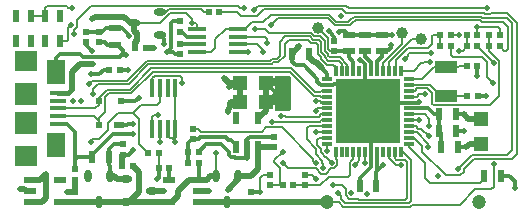
<source format=gbl>
G04 ================== begin FILE IDENTIFICATION RECORD ==================*
G04 Layout Name:  transponderRC2_4-11.brd*
G04 Film Name:    4_BOTTOM*
G04 File Format:  Gerber RS274X*
G04 File Origin:  Cadence Allegro 17.2-S042*
G04 Origin Date:  Thu Jan 24 18:04:02 2019*
G04 *
G04 Layer:  VIA CLASS/BOTTOM*
G04 Layer:  PIN/BOTTOM*
G04 Layer:  ETCH/BOTTOM*
G04 *
G04 Offset:    (0.0000 0.0000)*
G04 Mirror:    No*
G04 Mode:      Positive*
G04 Rotation:  0*
G04 FullContactRelief:  No*
G04 UndefLineWidth:     0.1500*
G04 ================== end FILE IDENTIFICATION RECORD ====================*
%FSAX55Y55*MOMM*%
%IR0*IPPOS*OFA0.00000B0.00000*MIA0B0*SFA1.00000B1.00000*%
%ADD19O,.6X1.1*%
%ADD18O,1.1X.6*%
%ADD23R,1.X.6*%
%ADD20R,.6X1.*%
%ADD17R,1.35X.4*%
%ADD24R,.3X1.55*%
%ADD26R,1.55X.3*%
%ADD25C,.1*%
%ADD14R,.55X1.05*%
%ADD12C,.5*%
%ADD15R,.6X.6*%
%ADD10R,1.0922X.6096*%
%ADD27R,.6096X1.0922*%
%ADD16R,1.6X2.1*%
%ADD34R,1.9X1.1*%
%ADD31C,1.*%
%ADD29C,1.2*%
%ADD22R,.5X.6*%
%ADD33R,5.4X5.4*%
%ADD11R,1.9X1.8*%
%ADD13R,1.9X1.9*%
%ADD32R,.3X.85*%
%ADD21R,.9X.6*%
%ADD30R,.85X.3*%
%ADD28R,1.3X1.3*%
%ADD35C,.3*%
%ADD36C,.4*%
%ADD37C,.15*%
%ADD38C,.25*%
G75*
%LPD*%
G75*
G36*
G01X-0002093300Y0001175000D02*
X-0001970000Y0001175000D01*
X-0001955000Y0001160000D01*
X-0001955000Y0000895000D01*
X-0001975000Y0000875000D01*
X-0002037720Y0000875000D01*
G03X-0002038910Y0000875020I-0000001267J-0000039999D01*
G03X-0002040100Y0000875000I0000000077J-0000040019D01*
G01X-0002083610Y0000875000D01*
G02X-0002093580Y0000887110I0J0000010159D01*
G03X-0002093300Y0000890000I-0000014740J0000002887D01*
G01X-0002093300Y0001020000D01*
G03X-0002096260Y0001028950I-0000015011J0D01*
G02X-0002096260Y0001041050I0000008164J0000006050D01*
G03X-0002093300Y0001050000I-0000012051J0000008950D01*
G01X-0002093300Y0001175000D01*
G37*
G54D10*
X-0004165000Y0000105000D03*
X-0004165000Y0000198980D03*
X-0004165000Y0000292960D03*
X-0003916080Y0000105000D03*
X-0003916080Y0000292960D03*
X-0002988920Y0000107040D03*
X-0002988920Y0000295000D03*
X-0002740000Y0000107040D03*
X-0002740000Y0000295000D03*
X-0002740000Y0000201020D03*
G54D11*
X-0004200000Y0000500000D03*
X-0004200000Y0001300000D03*
G54D20*
X-0003640000Y0000490000D03*
X-0003500000Y0000490000D03*
X-0001950000Y0001360000D03*
X-0001810000Y0001360000D03*
X-0001375000Y0000245000D03*
X-0001235000Y0000245000D03*
X-0000705000Y0000850000D03*
X-0000705000Y0000710000D03*
X-0000685000Y0000570000D03*
X-0000320000Y0000330000D03*
X-0000565000Y0000850000D03*
X-0000565000Y0000710000D03*
X-0000545000Y0000570000D03*
X-0000180000Y0000330000D03*
G54D30*
X-0001650000Y0000850000D03*
X-0001650000Y0000800000D03*
X-0001650000Y0000750000D03*
X-0001650000Y0000700000D03*
X-0001650000Y0000650000D03*
X-0001650000Y0000600000D03*
X-0001650000Y0001150000D03*
X-0001650000Y0001100000D03*
X-0001650000Y0001050000D03*
X-0001650000Y0001000000D03*
X-0001650000Y0000950000D03*
X-0001650000Y0000900000D03*
X-0000960000Y0000600000D03*
X-0000960000Y0000650000D03*
X-0000960000Y0000700000D03*
X-0000960000Y0000750000D03*
X-0000960000Y0000800000D03*
X-0000960000Y0000850000D03*
X-0000960000Y0000900000D03*
X-0000960000Y0000950000D03*
X-0000960000Y0001000000D03*
X-0000960000Y0001050000D03*
X-0000960000Y0001100000D03*
X-0000960000Y0001150000D03*
G54D21*
X-0003415000Y0000760000D03*
G54D12*
G01X-0004030000Y0000348350D02*
X-0004030000Y0000145000D01*
X-0004070000Y0000105000D01*
X-0004165000Y0000105000D01*
G01X-0004165000Y0000198980D02*
X-0004196500Y0000198980D01*
X-0004220000Y0000222480D01*
X-0004236180Y0000222480D01*
X-0004236200Y0000222500D01*
X-0004254610Y0000222500D01*
G01X-0004165000Y0000292960D02*
X-0004085390Y0000292960D01*
X-0004030000Y0000348350D01*
G01X-0003916080Y0000105000D02*
X-0003790000Y0000105000D01*
G01X-0003790000Y0000105000D02*
X-0003645000Y0000105000D01*
X-0003640000Y0000110000D01*
X-0003585000Y0000110000D01*
G01X-0003790000Y0000195000D02*
X-0003855000Y0000195000D01*
G01X-0003790000Y0000195000D02*
X-0003790000Y0000295000D01*
G01X-0003810000Y0001065000D02*
X-0003810000Y0001210000D01*
X-0003745000Y0001275000D01*
X-0003635000Y0001275000D01*
G01X-0003585000Y0000110000D02*
X-0003355000Y0000110000D01*
G01X-0003355000Y0000110000D02*
X-0003330000Y0000110000D01*
G01X-0003385000Y0000410000D02*
X-0003385000Y0000505000D01*
X-0003380000Y0000510000D01*
G01X-0003355000Y0000300000D02*
X-0003430000Y0000300000D01*
X-0003460000Y0000330000D01*
X-0003490000Y0000330000D01*
G01X-0003290000Y0001620000D02*
X-0003315000Y0001620000D01*
X-0003370000Y0001675000D01*
X-0003620000Y0001675000D01*
X-0003640000Y0001655000D01*
G01X-0003295000Y0000410000D02*
X-0003247320Y0000362320D01*
X-0003247320Y0000192680D01*
X-0003330000Y0000110000D01*
G01X-0003330000Y0000110000D02*
X-0003071490Y0000110000D01*
X-0003068530Y0000107040D01*
X-0002988920Y0000107040D01*
G01X-0003135000Y0000205000D02*
X-0003040000Y0000205000D01*
X-0003035000Y0000200000D01*
G01X-0003185000Y0001415000D02*
X-0003120000Y0001415000D01*
G01X-0003290000Y0001620000D02*
X-0003290000Y0001562790D01*
X-0003275000Y0001547790D01*
X-0003275000Y0001546930D01*
X-0003265000Y0001536930D01*
X-0003265000Y0001470000D01*
X-0003275000Y0001460000D01*
X-0003275000Y0001415000D01*
G01X-0002740000Y0000107040D02*
X-0002547040Y0000107040D01*
X-0002545000Y0000105000D01*
X-0002500000Y0000105000D01*
G01X-0002988920Y0000107040D02*
X-0002964790Y0000107040D01*
X-0002916630Y0000155200D01*
X-0002916630Y0000197980D01*
X-0002819610Y0000295000D01*
X-0002740000Y0000295000D01*
G01X-0002740000Y0000201020D02*
X-0002650390Y0000201020D01*
G01X-0002740000Y0000295000D02*
X-0002670000Y0000295000D01*
X-0002640000Y0000325000D01*
X-0002595000Y0000325000D01*
G01X-0002500000Y0000105000D02*
X-0002295000Y0000105000D01*
G01X-0002328980Y0000570000D02*
X-0002328980Y0000481020D01*
G01X-0002235000Y0000570000D02*
X-0002235000Y0000385000D01*
X-0002295000Y0000325000D01*
X-0002405000Y0000325000D01*
G01X-0002405000Y0000325000D02*
X-0002405000Y0000300000D01*
X-0002495000Y0000210000D01*
G01X-0002495000Y0000870000D02*
X-0002493440Y0000871560D01*
X-0002493440Y0000890100D01*
X-0002475000Y0000908540D01*
X-0002475000Y0000950000D01*
G01X-0002386680Y0000955000D02*
X-0002470000Y0000955000D01*
X-0002475000Y0000950000D01*
G01X-0002450000Y0001115000D02*
X-0002485000Y0001080000D01*
G01X-0002450000Y0001115000D02*
X-0002485000Y0001115000D01*
X-0002525000Y0001155000D01*
G01X-0002386680Y0001115000D02*
X-0002450000Y0001115000D01*
G01X-0002386680Y0000955000D02*
X-0002386680Y0001115000D01*
G01X-0002295000Y0000105000D02*
X-0001660000Y0000105000D01*
X-0001655000Y0000110000D01*
G01X-0002173320Y0000955000D02*
X-0002173320Y0000880600D01*
X-0002235000Y0000818920D01*
G01X-0002235000Y0000570000D02*
X-0002100000Y0000570000D01*
G01X-0002173320Y0000955000D02*
X-0002173320Y0001115000D01*
G01X-0002060000Y0000940000D02*
X-0002075000Y0000955000D01*
G01X-0002060000Y0001120000D02*
X-0002065000Y0001115000D01*
G01X-0002075000Y0000955000D02*
X-0002173320Y0000955000D01*
G01X-0002065000Y0001115000D02*
X-0002173320Y0001115000D01*
G01X-0001950000Y0001360000D02*
X-0001950000Y0001365000D01*
X-0001890000Y0001425000D01*
G01X-0001810000Y0001360000D02*
X-0001810000Y0001340000D01*
X-0001762320Y0001292320D01*
X-0001749870Y0001292320D01*
X-0001699780Y0001242230D01*
G01X-0000350000Y0000811680D02*
X-0000456680Y0000811680D01*
X-0000495000Y0000850000D01*
G01X-0000350000Y0000598320D02*
X-0000446680Y0000598320D01*
X-0000475000Y0000570000D01*
X-0004254610Y0000222500D03*
X-0004287500Y0001467500D03*
X-0004162500Y0001467500D03*
X-0004287500Y0001682500D03*
X-0003855000Y0000195000D03*
X-0004030000Y0000348350D03*
X-0003800000Y0000965000D03*
X-0003740000Y0000965000D03*
X-0004037500Y0001467500D03*
X-0003795000Y0001532500D03*
X-0003810000Y0001750000D03*
X-0003821290Y0001608060D03*
X-0003655000Y0000620000D03*
X-0003632500Y0001023080D03*
X-0003664270Y0001111280D03*
X-0003650000Y0001190000D03*
X-0003635000Y0001275000D03*
X-0003645000Y0001390000D03*
X-0003355000Y0001350000D03*
X-0003640000Y0001655000D03*
X-0003095000Y0000300000D03*
X-0003035000Y0000200000D03*
X-0003297500Y0000545000D03*
X-0003084800Y0000847440D03*
X-0003300000Y0000764940D03*
X-0003292500Y0000685000D03*
X-0003067500Y0000617500D03*
X-0003245000Y0000990000D03*
X-0003330000Y0001510000D03*
X-0003120000Y0001415000D03*
X-0003037340Y0001450190D03*
X-0003335000Y0001230000D03*
X-0002937500Y0000617500D03*
X-0002880000Y0001115000D03*
X-0003010000Y0001375000D03*
X-0002795000Y0001622500D03*
X-0002328980Y0000481020D03*
X-0002650390Y0000201020D03*
X-0002595000Y0000520000D03*
X-0002495000Y0000210000D03*
X-0002495000Y0000870000D03*
X-0002475000Y0000950000D03*
X-0002525000Y0001155000D03*
X-0002485000Y0001080000D03*
X-0002353490Y0001750520D03*
X-0002220000Y0000195000D03*
X-0002027090Y0000440000D03*
X-0002115000Y0000787500D03*
X-0002038910Y0000835000D03*
X-0002030000Y0000535000D03*
X-0002060000Y0001120000D03*
X-0002060000Y0000940000D03*
X-0002060000Y0001000000D03*
X-0002060000Y0001060000D03*
X-0002322500Y0001377500D03*
X-0002157890Y0001457890D03*
X-0002194220Y0001379120D03*
X-0002275000Y0001735000D03*
X-0002125000Y0001610000D03*
X-0002260000Y0001575000D03*
X-0001745000Y0000305000D03*
X-0001750000Y0000440000D03*
X-0001684460Y0000394120D03*
X-0001650000Y0000540000D03*
X-0001750000Y0000700000D03*
X-0001750000Y0000880000D03*
X-0001744300Y0000959800D03*
X-0001890000Y0001425000D03*
X-0001699780Y0001242230D03*
X-0001314980Y0000177000D03*
X-0001446000Y0000185000D03*
X-0001561110Y0000184600D03*
X-0001613910Y0000441090D03*
X-0001601100Y0000253900D03*
X-0001335150Y0000437650D03*
X-0001414600Y0000422500D03*
X-0001545000Y0000635000D03*
X-0001540000Y0001110000D03*
X-0001375770Y0001309490D03*
X-0001555000Y0001545000D03*
X-0001634610Y0001552970D03*
X-0001535000Y0001685000D03*
X-0001182500Y0000417500D03*
X-0001028660Y0000417500D03*
X-0001075000Y0000645000D03*
X-0001075000Y0001105000D03*
X-0001105000Y0001525000D03*
X-0001115000Y0001439500D03*
X-0000993070Y0001318070D03*
X-0000714000Y0000330000D03*
X-0000873590Y0000798590D03*
X-0000791370Y0000667780D03*
X-0000795000Y0000570000D03*
X-0000786470Y0000747640D03*
X-0000873270Y0000955000D03*
X-0000826470Y0001019890D03*
X-0000770000Y0001370000D03*
X-0000781150Y0001290780D03*
X-0000545000Y0000385000D03*
X-0000495000Y0000850000D03*
X-0000490000Y0000710000D03*
X-0000475000Y0000570000D03*
X-0000305000Y0001005000D03*
X-0000380000Y0001175000D03*
X-0000540000Y0001525000D03*
X-0000534650Y0001390000D03*
X-0000380000Y0001590000D03*
X-0000295000Y0001750000D03*
X-0000065000Y0000230000D03*
X-0000242990Y0000427500D03*
X-0000247500Y0001112500D03*
X-0000243590Y0001283910D03*
G54D13*
X-0004200000Y0000780000D03*
X-0004200000Y0001020000D03*
G54D22*
X-0003585000Y0000760000D03*
X-0003585000Y0000960000D03*
X-0003395000Y0000960000D03*
G54D31*
X-0001730000Y0001585000D03*
X-0001015000Y0001540000D03*
X-0000855000Y0001485000D03*
G54D32*
X-0001580000Y0000530000D03*
X-0001530000Y0000530000D03*
X-0001480000Y0000530000D03*
X-0001430000Y0000530000D03*
X-0001380000Y0000530000D03*
X-0001330000Y0000530000D03*
X-0001330000Y0001220000D03*
X-0001380000Y0001220000D03*
X-0001430000Y0001220000D03*
X-0001480000Y0001220000D03*
X-0001530000Y0001220000D03*
X-0001580000Y0001220000D03*
X-0001280000Y0000530000D03*
X-0001230000Y0000530000D03*
X-0001180000Y0000530000D03*
X-0001130000Y0000530000D03*
X-0001080000Y0000530000D03*
X-0001030000Y0000530000D03*
X-0001030000Y0001220000D03*
X-0001080000Y0001220000D03*
X-0001130000Y0001220000D03*
X-0001180000Y0001220000D03*
X-0001230000Y0001220000D03*
X-0001280000Y0001220000D03*
G54D14*
X-0004287500Y0001467500D03*
X-0004162500Y0001467500D03*
X-0004037500Y0001467500D03*
X-0004037500Y0001682500D03*
X-0004162500Y0001682500D03*
X-0004287500Y0001682500D03*
X-0003912500Y0001467500D03*
X-0003912500Y0001682500D03*
G54D23*
X-0003450000Y0001440000D03*
X-0003450000Y0001580000D03*
X-0001330000Y0001525000D03*
X-0001330000Y0001385000D03*
X-0001470000Y0001525000D03*
X-0001470000Y0001385000D03*
X-0001190000Y0001525000D03*
X-0001190000Y0001385000D03*
G54D33*
X-0001305000Y0000875000D03*
G54D15*
X-0003790000Y0000195000D03*
X-0003790000Y0000105000D03*
X-0003790000Y0000295000D03*
X-0003790000Y0000385000D03*
X-0003690000Y0001550000D03*
X-0003690000Y0001460000D03*
X-0003380000Y0000510000D03*
X-0003385000Y0000410000D03*
X-0003380000Y0000600000D03*
X-0003580000Y0001550000D03*
X-0003580000Y0001460000D03*
X-0003405000Y0001230000D03*
X-0003495000Y0001230000D03*
X-0003080000Y0000400000D03*
X-0003295000Y0000410000D03*
X-0003080000Y0000525000D03*
X-0003170000Y0000525000D03*
X-0003185000Y0001415000D03*
X-0003275000Y0001415000D03*
X-0002990000Y0000400000D03*
X-0002830000Y0000435000D03*
X-0002740000Y0000435000D03*
X-0002740000Y0000535000D03*
X-0002830000Y0000535000D03*
X-0002785000Y0000730000D03*
X-0002785000Y0000640000D03*
X-0002895000Y0001550000D03*
X-0002895000Y0001450000D03*
X-0002895000Y0001360000D03*
X-0002895000Y0001640000D03*
X-0002655000Y0001715000D03*
X-0002565000Y0001715000D03*
X-0002295000Y0000195000D03*
X-0002295000Y0000105000D03*
X-0002030000Y0000250000D03*
X-0002135000Y0000250000D03*
X-0002135000Y0000340000D03*
X-0002100000Y0000660000D03*
X-0002100000Y0000570000D03*
X-0001840000Y0000340000D03*
X-0001840000Y0000250000D03*
X-0001940000Y0000250000D03*
X-0001590000Y0001385000D03*
X-0001590000Y0001475000D03*
X-0000605000Y0001425000D03*
X-0000695000Y0001425000D03*
X-0000695000Y0001525000D03*
X-0000605000Y0001525000D03*
X-0000465000Y0001005000D03*
X-0000375000Y0001005000D03*
X-0000470000Y0001260000D03*
X-0000380000Y0001260000D03*
X-0000380000Y0001425000D03*
X-0000470000Y0001425000D03*
X-0000470000Y0001525000D03*
X-0000380000Y0001525000D03*
X-0000280000Y0001425000D03*
X-0000280000Y0001525000D03*
X-0000190000Y0001425000D03*
X-0000190000Y0001525000D03*
G54D24*
X-0003132500Y0000730000D03*
X-0003067500Y0000730000D03*
X-0003067500Y0001070000D03*
X-0003132500Y0001070000D03*
X-0003002500Y0000730000D03*
X-0002937500Y0000730000D03*
X-0002937500Y0001070000D03*
X-0003002500Y0001070000D03*
G54D34*
X-0000645000Y0001005000D03*
X-0000645000Y0001255000D03*
G54D16*
X-0003945000Y0000590000D03*
X-0003945000Y0001210000D03*
G54D25*
X-0002670000Y0000980000D03*
G54D35*
G01X-0003790000Y0000460000D02*
X-0003790000Y0000705000D01*
X-0003855000Y0000770000D01*
X-0003932500Y0000770000D01*
G01X-0003790000Y0000460000D02*
X-0003790000Y0000385000D01*
G01X-0003640000Y0000490000D02*
X-0003760000Y0000490000D01*
X-0003790000Y0000460000D01*
G01X-0003355000Y0001350000D02*
X-0003395000Y0001350000D01*
X-0003410000Y0001335000D01*
X-0003720000Y0001335000D01*
X-0003745000Y0001360000D01*
X-0003915000Y0001360000D01*
X-0003945000Y0001330000D01*
X-0003945000Y0001210000D01*
G01X-0003380000Y0000510000D02*
X-0003332500Y0000510000D01*
X-0003297500Y0000545000D01*
G01X-0003490000Y0000330000D02*
X-0003490000Y0000415000D01*
X-0003500000Y0000425000D01*
X-0003500000Y0000490000D01*
G01X-0003500000Y0000490000D02*
X-0003500000Y0000555000D01*
X-0003455000Y0000600000D01*
X-0003380000Y0000600000D01*
G01X-0003292500Y0000685000D02*
X-0003465000Y0000685000D01*
X-0003640000Y0000510000D01*
X-0003640000Y0000490000D01*
G01X-0003415000Y0000760000D02*
X-0003344940Y0000760000D01*
X-0003340000Y0000764940D01*
X-0003300000Y0000764940D01*
G01X-0003395000Y0000960000D02*
X-0003275000Y0000960000D01*
X-0003245000Y0000990000D01*
G01X-0003650000Y0001190000D02*
X-0003580000Y0001190000D01*
X-0003540000Y0001230000D01*
X-0003495000Y0001230000D01*
G01X-0003450000Y0001580000D02*
X-0003525000Y0001580000D01*
X-0003555000Y0001550000D01*
X-0003580000Y0001550000D01*
G01X-0003405000Y0001230000D02*
X-0003335000Y0001230000D01*
G01X-0003690000Y0001460000D02*
X-0003690000Y0001435000D01*
X-0003645000Y0001390000D01*
G01X-0003580000Y0001460000D02*
X-0003535000Y0001460000D01*
X-0003515000Y0001440000D01*
X-0003450000Y0001440000D01*
G01X-0003355000Y0001350000D02*
X-0003383290Y0001378290D01*
X-0003383290Y0001393290D01*
X-0003430000Y0001440000D01*
X-0003450000Y0001440000D01*
G01X-0003690000Y0001550000D02*
X-0003580000Y0001550000D01*
G01X-0003450000Y0001580000D02*
X-0003385000Y0001580000D01*
X-0003330000Y0001525000D01*
X-0003330000Y0001510000D01*
G01X-0003080000Y0000400000D02*
X-0003080000Y0000315000D01*
X-0003095000Y0000300000D01*
G01X-0003037340Y0001450190D02*
X-0003037340Y0001492340D01*
X-0003070000Y0001525000D01*
G01X-0002988920Y0000295000D02*
X-0002988920Y0000353920D01*
X-0002990000Y0000355000D01*
X-0002990000Y0000400000D01*
G01X-0002740000Y0000435000D02*
X-0002740000Y0000295000D01*
G01X-0002830000Y0000435000D02*
X-0002830000Y0000535000D01*
G01X-0002328980Y0000481020D02*
X-0002431020Y0000481020D01*
X-0002435390Y0000485390D01*
X-0002465870Y0000485390D01*
X-0002483440Y0000502960D01*
X-0002483440Y0000533440D01*
X-0002550000Y0000600000D01*
X-0002675000Y0000600000D01*
X-0002740000Y0000535000D01*
G01X-0002830000Y0000535000D02*
X-0002830000Y0000610000D01*
X-0002800000Y0000640000D01*
X-0002785000Y0000640000D01*
G01X-0002785000Y0000640000D02*
X-0002740000Y0000640000D01*
X-0002725000Y0000655000D01*
X-0002507960Y0000655000D01*
X-0002488180Y0000635220D01*
X-0002464050Y0000635220D01*
X-0002422960Y0000594130D01*
X-0002422960Y0000570000D01*
G01X-0003010000Y0001375000D02*
X-0002955000Y0001375000D01*
X-0002940000Y0001360000D01*
X-0002895000Y0001360000D01*
G01X-0003010000Y0001375000D02*
X-0002975000Y0001410000D01*
X-0002975000Y0001620000D01*
X-0002955000Y0001640000D01*
X-0002895000Y0001640000D01*
G01X-0002750000Y0001442500D02*
X-0002842500Y0001442500D01*
X-0002850000Y0001450000D01*
X-0002895000Y0001450000D01*
G01X-0002750000Y0001507500D02*
X-0002837500Y0001507500D01*
X-0002880000Y0001550000D01*
X-0002895000Y0001550000D01*
G01X-0002100000Y0000660000D02*
X-0002305000Y0000660000D01*
X-0002335000Y0000630000D01*
X-0002335000Y0000576020D01*
X-0002328980Y0000570000D01*
G01X-0002295000Y0000195000D02*
X-0002220000Y0000195000D01*
G01X-0001950000Y0001360000D02*
X-0001950000Y0001295000D01*
X-0001920000Y0001265000D01*
X-0001850000Y0001265000D01*
X-0001735000Y0001150000D01*
X-0001735000Y0001127500D01*
X-0001707500Y0001100000D01*
X-0001650000Y0001100000D01*
G01X-0001699780Y0001242230D02*
X-0001650000Y0001192450D01*
X-0001650000Y0001150000D01*
G01X-0001375000Y0000245000D02*
X-0001375000Y0000310000D01*
X-0001280000Y0000405000D01*
X-0001280000Y0000530000D01*
G01X-0000960000Y0000950000D02*
X-0001230000Y0000950000D01*
X-0001305000Y0000875000D01*
G01X-0001280000Y0000530000D02*
X-0001280000Y0000850000D01*
X-0001305000Y0000875000D01*
G01X-0001540000Y0001110000D02*
X-0001590000Y0001110000D01*
X-0001600000Y0001100000D01*
X-0001650000Y0001100000D01*
G01X-0001330000Y0001045000D02*
X-0001330000Y0001220000D01*
G01X-0001330000Y0001525000D02*
X-0001470000Y0001525000D01*
G01X-0001330000Y0001525000D02*
X-0001190000Y0001525000D01*
G01X-0001375770Y0001309490D02*
X-0001366280Y0001300000D01*
X-0001353640Y0001300000D01*
X-0001330000Y0001276360D01*
X-0001330000Y0001220000D01*
G01X-0001555000Y0001545000D02*
X-0001543720Y0001556280D01*
X-0001501280Y0001556280D01*
X-0001470000Y0001525000D01*
G01X-0001590000Y0001475000D02*
X-0001590000Y0001502210D01*
X-0001610000Y0001522210D01*
X-0001610000Y0001528360D01*
X-0001634610Y0001552970D01*
G01X-0001280000Y0001220000D02*
X-0001280000Y0001290000D01*
X-0001330000Y0001340000D01*
X-0001330000Y0001385000D01*
G01X-0001430000Y0001220000D02*
X-0001430000Y0001295000D01*
X-0001470000Y0001335000D01*
X-0001470000Y0001385000D01*
G01X-0001590000Y0001385000D02*
X-0001470000Y0001385000D01*
G01X-0001235000Y0000245000D02*
X-0001235000Y0000365000D01*
X-0001230000Y0000370000D01*
G01X-0001230000Y0000370000D02*
X-0001230000Y0000530000D01*
G01X-0001230000Y0000370000D02*
X-0001182500Y0000417500D01*
G01X-0001190000Y0001525000D02*
X-0001105000Y0001525000D01*
G01X-0001230000Y0001220000D02*
X-0001230000Y0001300000D01*
X-0001190000Y0001340000D01*
X-0001190000Y0001385000D01*
G01X-0001190000Y0001385000D02*
X-0001145000Y0001385000D01*
X-0001115000Y0001415000D01*
X-0001115000Y0001439500D01*
G01X-0000705000Y0000710000D02*
X-0000705000Y0000850000D01*
G01X-0000685000Y0000570000D02*
X-0000685000Y0000690000D01*
X-0000705000Y0000710000D01*
G01X-0000960000Y0000900000D02*
X-0000800000Y0000900000D01*
X-0000750000Y0000850000D01*
X-0000705000Y0000850000D01*
G01X-0000960000Y0000950000D02*
X-0000878270Y0000950000D01*
X-0000873270Y0000955000D01*
G01X-0000565000Y0000850000D02*
X-0000495000Y0000850000D01*
G01X-0000565000Y0000710000D02*
X-0000490000Y0000710000D01*
G01X-0000545000Y0000570000D02*
X-0000475000Y0000570000D01*
G01X-0000375000Y0001005000D02*
X-0000305000Y0001005000D01*
G01X-0000380000Y0001260000D02*
X-0000380000Y0001175000D01*
G01X-0000180000Y0000330000D02*
X-0000110000Y0000330000D01*
X-0000065000Y0000285000D01*
X-0000065000Y0000230000D01*
G54D26*
X-0002750000Y0001507500D03*
X-0002750000Y0001442500D03*
X-0002750000Y0001377500D03*
X-0002750000Y0001572500D03*
X-0002410000Y0001377500D03*
X-0002410000Y0001442500D03*
X-0002410000Y0001507500D03*
X-0002410000Y0001572500D03*
G54D17*
X-0003932500Y0000770000D03*
X-0003932500Y0000835000D03*
X-0003932500Y0001030000D03*
X-0003932500Y0000965000D03*
X-0003932500Y0000900000D03*
G54D36*
G01X-0003932500Y0001030000D02*
X-0003845000Y0001030000D01*
X-0003810000Y0001065000D01*
G54D27*
X-0002328980Y0000570000D03*
X-0002422960Y0000570000D03*
X-0002422960Y0000818920D03*
X-0002235000Y0000570000D03*
X-0002235000Y0000818920D03*
G54D18*
X-0003355000Y0000110000D03*
X-0003355000Y0000300000D03*
X-0003135000Y0000205000D03*
X-0003070000Y0001525000D03*
X-0003070000Y0001715000D03*
X-0003290000Y0001620000D03*
G54D37*
G01X-0004162500Y0001682500D02*
X-0004037500Y0001682500D01*
G01X-0003585000Y0000790000D02*
X-0003630000Y0000835000D01*
X-0003932500Y0000835000D01*
G01X-0003585000Y0000960000D02*
X-0003585000Y0000932570D01*
X-0003617570Y0000900000D01*
X-0003932500Y0000900000D01*
G01X-0003795000Y0001532500D02*
X-0003795000Y0001567170D01*
X-0003773790Y0001588380D01*
X-0003773790Y0001646210D01*
X-0003650000Y0001770000D01*
X-0002405470Y0001770000D01*
X-0002385990Y0001750520D01*
X-0002353490Y0001750520D01*
G01X-0003821290Y0001608060D02*
X-0003844280Y0001585070D01*
X-0003844280Y0001480720D01*
X-0003857500Y0001467500D01*
X-0003912500Y0001467500D01*
G01X-0003810000Y0001750000D02*
X-0003842500Y0001750000D01*
X-0003857500Y0001765000D01*
X-0004022500Y0001765000D01*
X-0004037500Y0001750000D01*
X-0004037500Y0001682500D01*
G01X-0003585000Y0000760000D02*
X-0003585000Y0000790000D01*
G01X-0003585000Y0000790000D02*
X-0003585000Y0000817990D01*
X-0003535000Y0000867990D01*
X-0003535000Y0000997560D01*
X-0003502560Y0001030000D01*
X-0003310010Y0001030000D01*
X-0003130010Y0001210000D01*
X-0001967430Y0001210000D01*
X-0001767430Y0001010000D01*
X-0001715000Y0001010000D01*
X-0001705000Y0001000000D01*
X-0001650000Y0001000000D01*
G01X-0003655000Y0000620000D02*
X-0003632010Y0000642990D01*
X-0003587010Y0000642990D01*
X-0003510000Y0000720000D01*
X-0003510000Y0000775490D01*
X-0003425000Y0000860490D01*
X-0003294510Y0000860490D01*
G01X-0003585000Y0000960000D02*
X-0003585000Y0000989990D01*
X-0003514990Y0001060000D01*
X-0003322440Y0001060000D01*
X-0003142440Y0001240000D01*
X-0001955000Y0001240000D01*
X-0001755000Y0001040000D01*
X-0001715000Y0001040000D01*
X-0001705000Y0001050000D01*
X-0001650000Y0001050000D01*
G01X-0003632500Y0001023080D02*
X-0003632500Y0001067500D01*
X-0003595730Y0001104270D01*
X-0003338300Y0001104270D01*
X-0003332570Y0001110000D01*
X-0003330010Y0001110000D01*
X-0003165010Y0001275000D01*
X-0002122580Y0001275000D01*
X-0002107580Y0001290000D01*
X-0002067890Y0001290000D01*
X-0002010000Y0001347890D01*
X-0002010000Y0001447500D01*
X-0001977500Y0001480000D01*
X-0001812400Y0001480000D01*
X-0001784900Y0001452500D01*
X-0001750000Y0001452500D01*
X-0001732500Y0001435000D01*
X-0001732500Y0001362710D01*
X-0001702500Y0001332710D01*
X-0001702500Y0001320820D01*
X-0001654180Y0001272500D01*
X-0001605000Y0001272500D01*
X-0001580000Y0001247500D01*
X-0001580000Y0001220000D01*
G01X-0001530000Y0001220000D02*
X-0001530000Y0001277570D01*
X-0001554930Y0001302500D01*
X-0001641750Y0001302500D01*
X-0001672500Y0001333250D01*
X-0001672500Y0001345140D01*
X-0001702500Y0001375140D01*
X-0001702500Y0001462570D01*
X-0001722430Y0001482500D01*
X-0001772470Y0001482500D01*
X-0001799970Y0001510000D01*
X-0002007500Y0001510000D01*
X-0002052500Y0001465000D01*
X-0002052500Y0001347820D01*
X-0002080320Y0001320000D01*
X-0002120010Y0001320000D01*
X-0002135010Y0001305000D01*
X-0003180000Y0001305000D01*
X-0003350730Y0001134270D01*
X-0003641280Y0001134270D01*
X-0003664270Y0001111280D01*
G01X-0003080000Y0000525000D02*
X-0003080000Y0000400000D01*
G01X-0003132500Y0000730000D02*
X-0003132500Y0000832240D01*
X-0003117300Y0000847440D01*
X-0003084800Y0000847440D01*
G01X-0003067500Y0000730000D02*
X-0003067500Y0000617500D01*
G01X-0003170000Y0000525000D02*
X-0003245000Y0000600000D01*
X-0003245000Y0000810980D01*
X-0003294510Y0000860490D01*
G01X-0002880000Y0001115000D02*
X-0002880000Y0001160000D01*
X-0002895000Y0001175000D01*
X-0003112500Y0001175000D01*
X-0003132500Y0001155000D01*
X-0003132500Y0001070000D01*
G01X-0003294510Y0000860490D02*
X-0003225000Y0000930000D01*
X-0003095000Y0000930000D01*
X-0003067500Y0000957500D01*
X-0003067500Y0001070000D01*
G01X-0003290000Y0001620000D02*
X-0003065750Y0001620000D01*
X-0002980750Y0001705000D01*
X-0002845000Y0001705000D01*
X-0002795000Y0001655000D01*
X-0002795000Y0001622500D01*
G01X-0002655000Y0001715000D02*
X-0002692500Y0001715000D01*
X-0002717500Y0001740000D01*
X-0002990000Y0001740000D01*
X-0003015000Y0001715000D01*
X-0003070000Y0001715000D01*
G01X-0002937500Y0000730000D02*
X-0002937500Y0000617500D01*
G01X-0003002500Y0000730000D02*
X-0003002500Y0000667500D01*
X-0002982190Y0000647190D01*
X-0002967190Y0000647190D01*
X-0002937500Y0000617500D01*
G01X-0002937500Y0000730000D02*
X-0002937500Y0001070000D01*
G01X-0001750000Y0000440000D02*
X-0001755000Y0000440000D01*
X-0001770000Y0000455000D01*
X-0001770000Y0000475000D01*
X-0002035000Y0000740000D01*
X-0002170000Y0000740000D01*
X-0002205000Y0000705000D01*
X-0002722500Y0000705000D01*
X-0002747500Y0000730000D01*
X-0002785000Y0000730000D01*
G01X-0002785000Y0001377500D02*
X-0002750000Y0001377500D01*
G01X-0002410000Y0001572500D02*
X-0002512500Y0001572500D01*
X-0002600000Y0001485000D01*
X-0002600000Y0001415000D01*
X-0002637500Y0001377500D01*
X-0002750000Y0001377500D01*
G01X-0002795000Y0001622500D02*
X-0002762500Y0001622500D01*
X-0002750000Y0001610000D01*
X-0002750000Y0001572500D01*
G01X-0002595000Y0000325000D02*
X-0002595000Y0000520000D01*
G01X-0002410000Y0001377500D02*
X-0002322500Y0001377500D01*
G01X-0002445000Y0001377500D02*
X-0002410000Y0001377500D01*
G01X-0002445000Y0001507500D02*
X-0002410000Y0001507500D01*
G01X-0002410000Y0001507500D02*
X-0002175000Y0001507500D01*
X-0002157890Y0001490390D01*
X-0002157890Y0001457890D01*
G01X-0002445000Y0001442500D02*
X-0002410000Y0001442500D01*
G01X-0002194220Y0001379120D02*
X-0002202500Y0001387400D01*
X-0002202500Y0001387500D01*
X-0002204790Y0001389790D01*
X-0002204790Y0001399790D01*
X-0002247500Y0001442500D01*
X-0002410000Y0001442500D01*
G01X-0000545000Y0000385000D02*
X-0000425000Y0000505000D01*
X-0000130000Y0000505000D01*
X-0000090000Y0000545000D01*
X-0000090000Y0001392570D01*
X-0000087500Y0001395070D01*
X-0000087500Y0001627500D01*
X-0000130000Y0001670000D01*
X-0000337570Y0001670000D01*
X-0000343180Y0001675610D01*
X-0001426820Y0001675610D01*
X-0001432430Y0001670000D01*
X-0001440000Y0001670000D01*
X-0001475000Y0001635000D01*
X-0001575000Y0001635000D01*
X-0001635000Y0001695000D01*
X-0002130000Y0001695000D01*
X-0002195000Y0001630000D01*
X-0002290000Y0001630000D01*
X-0002347500Y0001572500D01*
X-0002410000Y0001572500D01*
G01X-0002565000Y0001715000D02*
X-0002415000Y0001715000D01*
X-0002380000Y0001680000D01*
X-0002250010Y0001680000D01*
X-0002190010Y0001740000D01*
X-0001522820Y0001740000D01*
X-0001492820Y0001710000D01*
X-0000322180Y0001710000D01*
X-0000314680Y0001702500D01*
X-0000275320Y0001702500D01*
X-0000267820Y0001710000D01*
X-0000127570Y0001710000D01*
X-0000045000Y0001627430D01*
X-0000045000Y0000515000D01*
X-0000085000Y0000475000D01*
X-0000412570Y0000475000D01*
X-0000497500Y0000390070D01*
X-0000497500Y0000365320D01*
X-0000525320Y0000337500D01*
X-0000647500Y0000337500D01*
X-0000845000Y0000535000D01*
X-0000845000Y0000580000D01*
X-0000915000Y0000650000D01*
X-0000960000Y0000650000D01*
G01X-0002220000Y0000195000D02*
X-0002220000Y0000315000D01*
X-0002195000Y0000340000D01*
X-0002135000Y0000340000D01*
G01X-0001580000Y0000530000D02*
X-0001580000Y0000474360D01*
X-0001566410Y0000460770D01*
X-0001566410Y0000421410D01*
X-0001594230Y0000393590D01*
X-0001617810Y0000393590D01*
X-0001664780Y0000346620D01*
X-0001704140Y0000346620D01*
X-0001750020Y0000392500D01*
X-0001769680Y0000392500D01*
X-0001772180Y0000395000D01*
X-0001980000Y0000395000D01*
X-0002002010Y0000417010D01*
X-0002004100Y0000417010D01*
X-0002027090Y0000440000D01*
G01X-0002135000Y0000250000D02*
X-0002030000Y0000250000D01*
G01X-0002030000Y0000535000D02*
X-0002099390Y0000465610D01*
X-0002099390Y0000444390D01*
X-0002050000Y0000395000D01*
X-0002050000Y0000270000D01*
X-0002030000Y0000250000D01*
G01X-0002115000Y0000787500D02*
X-0001712500Y0000787500D01*
X-0001700000Y0000800000D01*
X-0001650000Y0000800000D01*
G01X-0001650000Y0000850000D02*
X-0001700000Y0000850000D01*
X-0001725000Y0000825000D01*
X-0001996410Y0000825000D01*
X-0002006410Y0000835000D01*
X-0002038910Y0000835000D01*
G01X-0002260000Y0001575000D02*
X-0002180000Y0001575000D01*
X-0002145000Y0001540000D01*
X-0001787540Y0001540000D01*
X-0001760040Y0001512500D01*
X-0001710000Y0001512500D01*
X-0001672500Y0001475000D01*
X-0001672500Y0001387570D01*
X-0001642500Y0001357570D01*
X-0001642500Y0001345680D01*
X-0001629320Y0001332500D01*
X-0001542500Y0001332500D01*
X-0001480000Y0001270000D01*
X-0001480000Y0001220000D01*
G01X-0000295000Y0001750000D02*
X-0001470000Y0001750000D01*
X-0001490000Y0001770000D01*
X-0002240000Y0001770000D01*
X-0002275000Y0001735000D01*
G01X-0002125000Y0001610000D02*
X-0002070000Y0001665000D01*
X-0001647430Y0001665000D01*
X-0001587430Y0001605000D01*
X-0001462570Y0001605000D01*
X-0001427570Y0001640000D01*
X-0001420000Y0001640000D01*
X-0001414390Y0001645610D01*
X-0000355610Y0001645610D01*
X-0000345000Y0001635000D01*
X-0000160000Y0001635000D01*
X-0000117500Y0001592500D01*
X-0000117500Y0001407500D01*
X-0000134390Y0001390610D01*
X-0000155610Y0001390610D01*
X-0000190000Y0001425000D01*
G01X-0001840000Y0000340000D02*
X-0001780000Y0000340000D01*
X-0001745000Y0000305000D01*
G01X-0001613910Y0000441090D02*
X-0001665320Y0000492500D01*
X-0001669680Y0000492500D01*
X-0001697500Y0000520320D01*
X-0001697500Y0000524680D01*
X-0001705000Y0000532180D01*
X-0001705000Y0000560000D01*
X-0001717500Y0000572500D01*
X-0001717500Y0000572970D01*
X-0001734890Y0000590360D01*
X-0001734890Y0000635000D01*
X-0001719890Y0000650000D01*
X-0001650000Y0000650000D01*
G01X-0001650000Y0000750000D02*
X-0001810000Y0000750000D01*
X-0001825000Y0000735000D01*
X-0001825000Y0000638040D01*
X-0001747500Y0000560540D01*
X-0001747500Y0000514680D01*
X-0001692500Y0000459680D01*
X-0001692500Y0000434660D01*
X-0001684460Y0000426620D01*
X-0001684460Y0000394120D01*
G01X-0001940000Y0000250000D02*
X-0001840000Y0000250000D01*
G01X-0001430000Y0000530000D02*
X-0001430000Y0000475000D01*
X-0001450000Y0000455000D01*
X-0001450000Y0000454280D01*
X-0001462100Y0000442180D01*
X-0001462100Y0000335000D01*
X-0001477100Y0000320000D01*
X-0001640000Y0000320000D01*
X-0001710000Y0000250000D01*
X-0001840000Y0000250000D01*
G01X-0001650000Y0000700000D02*
X-0001750000Y0000700000D01*
G01X-0001750000Y0000880000D02*
X-0001727010Y0000902990D01*
X-0001702990Y0000902990D01*
X-0001700000Y0000900000D01*
X-0001650000Y0000900000D01*
G01X-0001744300Y0000959800D02*
X-0001711800Y0000959800D01*
X-0001706510Y0000954510D01*
X-0001704510Y0000954510D01*
X-0001700000Y0000950000D01*
X-0001650000Y0000950000D01*
G01X-0001730000Y0001585000D02*
X-0001689340Y0001544340D01*
X-0001689340Y0001540520D01*
X-0001642500Y0001493680D01*
X-0001642500Y0001400000D01*
X-0001627500Y0001385000D01*
X-0001590000Y0001385000D01*
G01X-0001601100Y0000253900D02*
X-0001525080Y0000253900D01*
X-0001493500Y0000222320D01*
X-0001493500Y0000165320D01*
X-0001465680Y0000137500D01*
X-0001392490Y0000137500D01*
X-0001384490Y0000129500D01*
X-0000990000Y0000129500D01*
X-0000975000Y0000144500D01*
X-0000975000Y0000450000D01*
X-0000990000Y0000465000D01*
X-0001065000Y0000465000D01*
X-0001080000Y0000480000D01*
X-0001080000Y0000530000D01*
G01X-0001561110Y0000184600D02*
X-0001538120Y0000161610D01*
X-0001538120Y0000135730D01*
X-0001501890Y0000099500D01*
X-0000960500Y0000099500D01*
X-0000940000Y0000120000D01*
X-0000940000Y0000462500D01*
X-0001007500Y0000530000D01*
X-0001030000Y0000530000D01*
G01X-0001655000Y0000110000D02*
X-0001554820Y0000110000D01*
X-0001514320Y0000069500D01*
X-0000948070Y0000069500D01*
X-0000932570Y0000085000D01*
X-0000530000Y0000085000D01*
X-0000400000Y0000215000D01*
X-0000265000Y0000215000D01*
X-0000242990Y0000237010D01*
X-0000242990Y0000427500D01*
G01X-0001330000Y0000530000D02*
X-0001330000Y0000475300D01*
X-0001335150Y0000470150D01*
X-0001335150Y0000437650D01*
G01X-0001414600Y0000422500D02*
X-0001391610Y0000445490D01*
X-0001391610Y0000448370D01*
X-0001380000Y0000459980D01*
X-0001380000Y0000530000D01*
G01X-0001650000Y0000540000D02*
X-0001650000Y0000600000D01*
G01X-0001028660Y0000417500D02*
X-0001061160Y0000417500D01*
X-0001061770Y0000418110D01*
X-0001068110Y0000418110D01*
X-0001130000Y0000480000D01*
X-0001130000Y0000530000D01*
G01X-0001080000Y0001220000D02*
X-0001080000Y0001250000D01*
X-0001067500Y0001262500D01*
X-0001067500Y0001310820D01*
X-0000965820Y0001412500D01*
X-0000824960Y0001412500D01*
X-0000822460Y0001415000D01*
X-0000800000Y0001415000D01*
X-0000765000Y0001450000D01*
X-0000765000Y0001515000D01*
X-0000755000Y0001525000D01*
X-0000695000Y0001525000D01*
G01X-0000855000Y0001485000D02*
X-0000935750Y0001485000D01*
X-0001130000Y0001290750D01*
X-0001130000Y0001220000D01*
G01X-0001015000Y0001540000D02*
X-0001015000Y0001450000D01*
X-0001117500Y0001347500D01*
X-0001117500Y0001345680D01*
X-0001180000Y0001283180D01*
X-0001180000Y0001220000D01*
G01X-0000770000Y0001370000D02*
X-0000955000Y0001370000D01*
X-0000970080Y0001354920D01*
X-0000970080Y0001341060D01*
X-0000993070Y0001318070D01*
G01X-0000781150Y0001290780D02*
X-0000813650Y0001290780D01*
X-0000814120Y0001290310D01*
X-0000834290Y0001290310D01*
X-0000839600Y0001285000D01*
X-0000855000Y0001285000D01*
X-0000920000Y0001220000D01*
X-0001030000Y0001220000D01*
G01X-0000320000Y0000330000D02*
X-0000320000Y0000310000D01*
X-0000360000Y0000270000D01*
X-0000785000Y0000270000D01*
X-0000825000Y0000310000D01*
X-0000825000Y0000435000D01*
X-0000960000Y0000570000D01*
X-0000960000Y0000600000D01*
G01X-0000960000Y0000800000D02*
X-0000907500Y0000800000D01*
X-0000906090Y0000798590D01*
X-0000873590Y0000798590D01*
G01X-0000791370Y0000667780D02*
X-0000853590Y0000730000D01*
X-0000882430Y0000730000D01*
X-0000902430Y0000750000D01*
X-0000960000Y0000750000D01*
G01X-0000795000Y0000570000D02*
X-0000795000Y0000602500D01*
X-0000892500Y0000700000D01*
X-0000960000Y0000700000D01*
G01X-0000786470Y0000747640D02*
X-0000786470Y0000810000D01*
X-0000826470Y0000850000D01*
X-0000960000Y0000850000D01*
G01X-0000960000Y0001100000D02*
X-0000780000Y0001100000D01*
X-0000685000Y0001005000D01*
X-0000645000Y0001005000D01*
G01X-0000645000Y0001005000D02*
X-0000465000Y0001005000D01*
G01X-0000960000Y0001150000D02*
X-0000852500Y0001150000D01*
X-0000747500Y0001255000D01*
X-0000645000Y0001255000D01*
G01X-0000826470Y0001019890D02*
X-0000875560Y0001019890D01*
X-0000895450Y0001000000D01*
X-0000960000Y0001000000D01*
G01X-0000280000Y0001425000D02*
X-0000280000Y0001387500D01*
X-0000195000Y0001302500D01*
X-0000195000Y0001005000D01*
X-0000272500Y0000927500D01*
X-0000749320Y0000927500D01*
X-0000762500Y0000940680D01*
X-0000762500Y0001027500D01*
X-0000805000Y0001070000D01*
X-0000890000Y0001070000D01*
X-0000910000Y0001050000D01*
X-0000960000Y0001050000D01*
G01X-0000695000Y0001425000D02*
X-0000695000Y0001525000D01*
G01X-0000470000Y0001260000D02*
X-0000537500Y0001260000D01*
X-0000542500Y0001255000D01*
X-0000645000Y0001255000D01*
G01X-0000247500Y0001112500D02*
X-0000300000Y0001165000D01*
X-0000300000Y0001295000D01*
X-0000345000Y0001340000D01*
X-0000590000Y0001340000D01*
X-0000605000Y0001355000D01*
X-0000605000Y0001425000D01*
G01X-0000540000Y0001525000D02*
X-0000605000Y0001525000D01*
G01X-0000380000Y0001525000D02*
X-0000380000Y0001590000D01*
G01X-0000243590Y0001283910D02*
X-0000266580Y0001306900D01*
X-0000266580Y0001311580D01*
X-0000380000Y0001425000D01*
G01X-0000470000Y0001425000D02*
X-0000470000Y0001525000D01*
G01X-0000470000Y0001425000D02*
X-0000505000Y0001390000D01*
X-0000534650Y0001390000D01*
G01X-0000380000Y0001590000D02*
X-0000205000Y0001590000D01*
X-0000190000Y0001575000D01*
X-0000190000Y0001525000D01*
G01X-0000280000Y0001525000D02*
X-0000280000Y0001425000D01*
G54D28*
X-0002386680Y0001115000D03*
X-0002386680Y0000955000D03*
X-0002173320Y0001115000D03*
X-0002173320Y0000955000D03*
X-0000350000Y0000811680D03*
X-0000350000Y0000598320D03*
G54D19*
X-0003585000Y0000110000D03*
X-0003680000Y0000330000D03*
X-0003490000Y0000330000D03*
X-0002500000Y0000105000D03*
X-0002595000Y0000325000D03*
X-0002405000Y0000325000D03*
G54D38*
G01X-0002173320Y0000955000D02*
X-0002088220Y0001040100D01*
G01X-0002173320Y0000955000D02*
X-0002088220Y0000997550D01*
G01X-0002173320Y0001115000D02*
X-0002088220Y0001029900D01*
G01X-0002173320Y0001115000D02*
X-0002088220Y0001157550D01*
G54D29*
X-0001655000Y0000110000D03*
X-0000365000Y0000110000D03*
M02*

</source>
